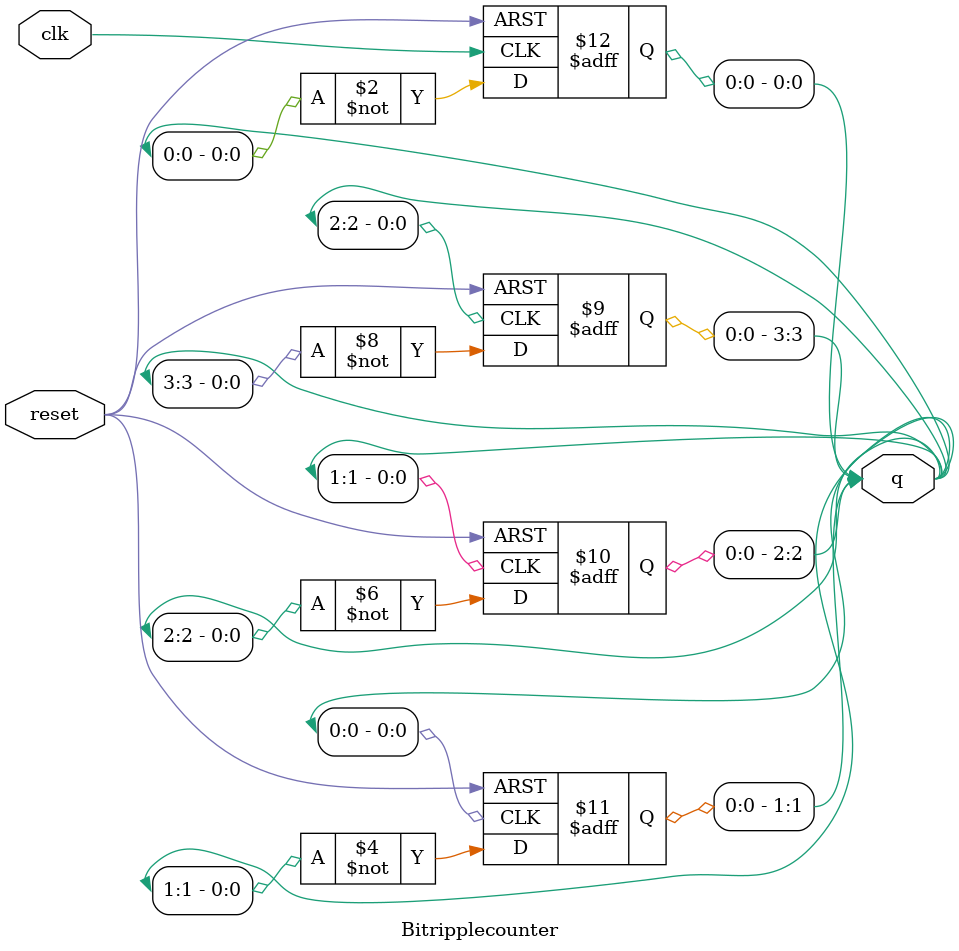
<source format=v>
module Bitripplecounter (
    input clk,
    input reset,
    output reg [3:0] q
);

    // LSB flip-flop
    always @(posedge clk or posedge reset)
    begin
        if (reset)
            q[0] <= 1'b0;
        else
            q[0] <= ~q[0];
    end

    // Next flip-flop
    always @(posedge q[0] or posedge reset)
    begin
        if (reset)
            q[1] <= 1'b0;
        else
            q[1] <= ~q[1];
    end

    always @(posedge q[1] or posedge reset)
    begin
        if (reset)
            q[2] <= 1'b0;
        else
            q[2] <= ~q[2];
    end

    always @(posedge q[2] or posedge reset)
    begin
        if (reset)
            q[3] <= 1'b0;
        else
            q[3] <= ~q[3];
    end

endmodule

</source>
